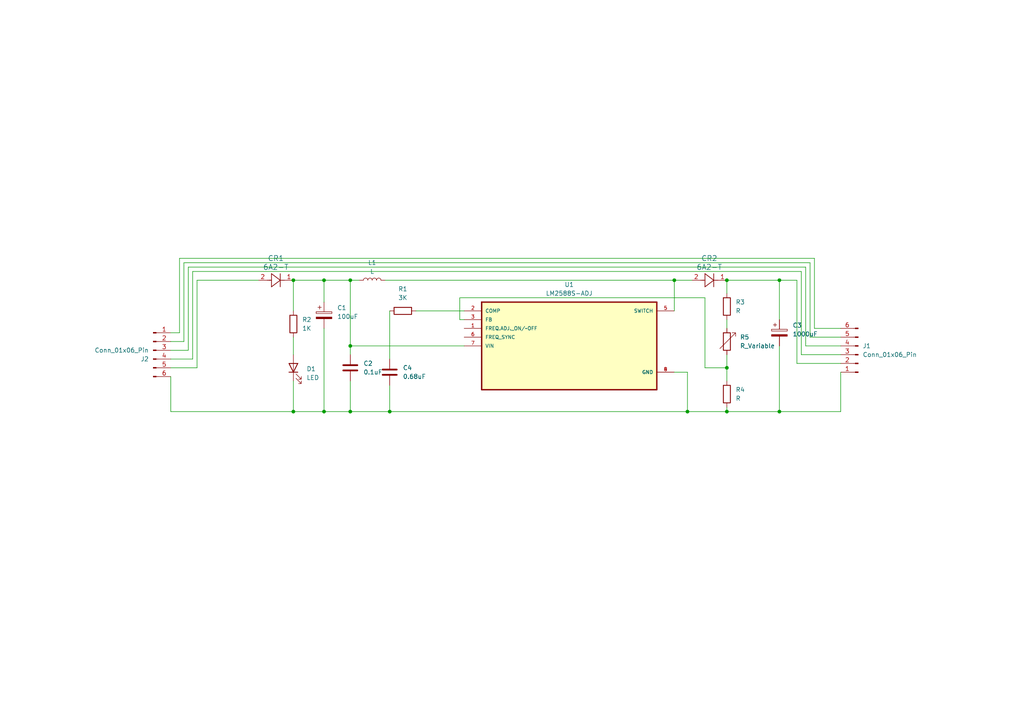
<source format=kicad_sch>
(kicad_sch (version 20230121) (generator eeschema)
  (paper "A4")
  (lib_symbols
    (symbol "2024-02-09_11-49-23:6A2-T" (pin_names (offset 0.254))
      (property "Reference" "CR" (at 5.08 4.445 0))
      (property "Value" "6A2-T" (at 5.08 -3.81 0))
      (symbol "6A2-T_1_1"
        (polyline (pts (xy 2.54 0) (xy 3.4798 0)) (stroke (width 0.2032)))
        (polyline (pts (xy 3.175 0) (xy 3.81 0)) (stroke (width 0.2032)))
        (polyline (pts (xy 3.81 -1.905) (xy 6.35 0)) (stroke (width 0.2032)))
        (polyline (pts (xy 3.81 1.905) (xy 3.81 -1.905)) (stroke (width 0.2032)))
        (polyline (pts (xy 6.35 -1.905) (xy 6.35 1.905)) (stroke (width 0.2032)))
        (polyline (pts (xy 6.35 0) (xy 3.81 1.905)) (stroke (width 0.2032)))
        (polyline (pts (xy 6.35 0) (xy 7.62 0)) (stroke (width 0.2032)))
        (pin unspecified line (at 10.16 0 180) (length 2.54) (name "") (number "1"))
        (pin unspecified line (at 0 0 0) (length 2.54) (name "") (number "2"))
      )
      (symbol "6A2-T_1_2"
        (polyline (pts (xy -1.905 3.81) (xy 1.905 3.81)) (stroke (width 0.2032)))
        (polyline (pts (xy 0 2.54) (xy 0 3.4798)) (stroke (width 0.2032)))
        (polyline (pts (xy 0 3.175) (xy 0 3.81)) (stroke (width 0.2032)))
        (polyline (pts (xy 0 6.35) (xy -1.905 3.81)) (stroke (width 0.2032)))
        (polyline (pts (xy 0 6.35) (xy 0 7.62)) (stroke (width 0.2032)))
        (polyline (pts (xy 1.905 3.81) (xy 0 6.35)) (stroke (width 0.2032)))
        (polyline (pts (xy 1.905 6.35) (xy -1.905 6.35)) (stroke (width 0.2032)))
        (pin unspecified line (at 0 10.16 270) (length 2.54) (name "") (number "1"))
        (pin unspecified line (at 0 0 90) (length 2.54) (name "") (number "2"))
      )
    )
    (symbol "Connector:Conn_01x06_Pin" (pin_names (offset 1.016) hide)
      (property "Reference" "J" (at 0 7.62 0))
      (property "Value" "Conn_01x06_Pin" (at 0 -10.16 0))
      (symbol "Conn_01x06_Pin_1_1"
        (polyline (pts (xy 1.27 -7.62) (xy 0.8636 -7.62)) (stroke (width 0.1524)))
        (polyline (pts (xy 1.27 -5.08) (xy 0.8636 -5.08)) (stroke (width 0.1524)))
        (polyline (pts (xy 1.27 -2.54) (xy 0.8636 -2.54)) (stroke (width 0.1524)))
        (polyline (pts (xy 1.27 0) (xy 0.8636 0)) (stroke (width 0.1524)))
        (polyline (pts (xy 1.27 2.54) (xy 0.8636 2.54)) (stroke (width 0.1524)))
        (polyline (pts (xy 1.27 5.08) (xy 0.8636 5.08)) (stroke (width 0.1524)))
        (rectangle (start 0.8636 -7.493) (end 0 -7.747) (stroke (width 0.1524)) (fill (type outline)))
        (rectangle (start 0.8636 -4.953) (end 0 -5.207) (stroke (width 0.1524)) (fill (type outline)))
        (rectangle (start 0.8636 -2.413) (end 0 -2.667) (stroke (width 0.1524)) (fill (type outline)))
        (rectangle (start 0.8636 0.127) (end 0 -0.127) (stroke (width 0.1524)) (fill (type outline)))
        (rectangle (start 0.8636 2.667) (end 0 2.413) (stroke (width 0.1524)) (fill (type outline)))
        (rectangle (start 0.8636 5.207) (end 0 4.953) (stroke (width 0.1524)) (fill (type outline)))
        (pin passive line (at 5.08 5.08 180) (length 3.81) (name "Pin_1") (number "1"))
        (pin passive line (at 5.08 2.54 180) (length 3.81) (name "Pin_2") (number "2"))
        (pin passive line (at 5.08 0 180) (length 3.81) (name "Pin_3") (number "3"))
        (pin passive line (at 5.08 -2.54 180) (length 3.81) (name "Pin_4") (number "4"))
        (pin passive line (at 5.08 -5.08 180) (length 3.81) (name "Pin_5") (number "5"))
        (pin passive line (at 5.08 -7.62 180) (length 3.81) (name "Pin_6") (number "6"))
      )
    )
    (symbol "Device:C" (pin_numbers hide) (pin_names (offset 0.254))
      (property "Reference" "C" (at 0.635 2.54 0))
      (property "Value" "C" (at 0.635 -2.54 0))
      (symbol "C_0_1"
        (polyline (pts (xy -2.032 -0.762) (xy 2.032 -0.762)) (stroke (width 0.508)))
        (polyline (pts (xy -2.032 0.762) (xy 2.032 0.762)) (stroke (width 0.508)))
      )
      (symbol "C_1_1"
        (pin passive line (at 0 3.81 270) (length 2.794) (name "~") (number "1"))
        (pin passive line (at 0 -3.81 90) (length 2.794) (name "~") (number "2"))
      )
    )
    (symbol "Device:C_Polarized" (pin_numbers hide) (pin_names (offset 0.254))
      (property "Reference" "C" (at 0.635 2.54 0))
      (property "Value" "C_Polarized" (at 0.635 -2.54 0))
      (symbol "C_Polarized_0_1"
        (rectangle (start -2.286 0.508) (end 2.286 1.016))
        (polyline (pts (xy -1.778 2.286) (xy -0.762 2.286)))
        (polyline (pts (xy -1.27 2.794) (xy -1.27 1.778)))
        (rectangle (start 2.286 -0.508) (end -2.286 -1.016) (fill (type outline)))
      )
      (symbol "C_Polarized_1_1"
        (pin passive line (at 0 3.81 270) (length 2.794) (name "~") (number "1"))
        (pin passive line (at 0 -3.81 90) (length 2.794) (name "~") (number "2"))
      )
    )
    (symbol "Device:L" (pin_numbers hide) (pin_names (offset 1.016) hide)
      (property "Reference" "L" (at -1.27 0 90))
      (property "Value" "L" (at 1.905 0 90))
      (symbol "L_0_1"
        (arc (start 0 -2.54) (mid 0.6323 -1.905) (end 0 -1.27))
        (arc (start 0 -1.27) (mid 0.6323 -0.635) (end 0 0))
        (arc (start 0 0) (mid 0.6323 0.635) (end 0 1.27))
        (arc (start 0 1.27) (mid 0.6323 1.905) (end 0 2.54))
      )
      (symbol "L_1_1"
        (pin passive line (at 0 3.81 270) (length 1.27) (name "1") (number "1"))
        (pin passive line (at 0 -3.81 90) (length 1.27) (name "2") (number "2"))
      )
    )
    (symbol "Device:LED" (pin_numbers hide) (pin_names (offset 1.016) hide)
      (property "Reference" "D" (at 0 2.54 0))
      (property "Value" "LED" (at 0 -2.54 0))
      (symbol "LED_0_1"
        (polyline (pts (xy -1.27 -1.27) (xy -1.27 1.27)) (stroke (width 0.254)))
        (polyline (pts (xy -1.27 0) (xy 1.27 0)))
        (polyline (pts (xy 1.27 -1.27) (xy 1.27 1.27) (xy -1.27 0) (xy 1.27 -1.27)) (stroke (width 0.254)))
        (polyline (pts (xy -3.048 -0.762) (xy -4.572 -2.286) (xy -3.81 -2.286) (xy -4.572 -2.286) (xy -4.572 -1.524)))
        (polyline (pts (xy -1.778 -0.762) (xy -3.302 -2.286) (xy -2.54 -2.286) (xy -3.302 -2.286) (xy -3.302 -1.524)))
      )
      (symbol "LED_1_1"
        (pin passive line (at -3.81 0 0) (length 2.54) (name "K") (number "1"))
        (pin passive line (at 3.81 0 180) (length 2.54) (name "A") (number "2"))
      )
    )
    (symbol "Device:R" (pin_numbers hide) (pin_names (offset 0))
      (property "Reference" "R" (at 2.032 0 90))
      (property "Value" "R" (at 0 0 90))
      (symbol "R_0_1"
        (rectangle (start -1.016 -2.54) (end 1.016 2.54) (stroke (width 0.254)))
      )
      (symbol "R_1_1"
        (pin passive line (at 0 3.81 270) (length 1.27) (name "~") (number "1"))
        (pin passive line (at 0 -3.81 90) (length 1.27) (name "~") (number "2"))
      )
    )
    (symbol "Device:R_Variable" (pin_numbers hide) (pin_names (offset 0))
      (property "Reference" "R" (at 2.54 -2.54 90))
      (property "Value" "R_Variable" (at -2.54 -1.27 90))
      (symbol "R_Variable_0_1"
        (rectangle (start -1.016 -2.54) (end 1.016 2.54) (stroke (width 0.254)))
        (polyline (pts (xy 2.54 1.524) (xy 2.54 2.54) (xy 1.524 2.54) (xy 2.54 2.54) (xy -2.032 -2.032)))
      )
      (symbol "R_Variable_1_1"
        (pin passive line (at 0 3.81 270) (length 1.27) (name "~") (number "1"))
        (pin passive line (at 0 -3.81 90) (length 1.27) (name "~") (number "2"))
      )
    )
    (symbol "LM2588S-ADJ:LM2588S-ADJ" (pin_names (offset 1.016))
      (property "Reference" "U" (at -25.4 13.7 0))
      (property "Value" "LM2588S-ADJ" (at -25.4 -16.7 0))
      (symbol "LM2588S-ADJ_0_0"
        (rectangle (start -25.4 -12.7) (end 25.4 12.7) (stroke (width 0.41)) (fill (type background)))
        (pin input line (at -30.48 5.08 0) (length 5.08) (name "FREQ.ADJ._ON/~OFF") (number "1"))
        (pin input line (at -30.48 10.16 0) (length 5.08) (name "COMP") (number "2"))
        (pin input line (at -30.48 7.62 0) (length 5.08) (name "FB") (number "3"))
        (pin power_in line (at 30.48 -7.62 180) (length 5.08) (name "GND") (number "4"))
        (pin output line (at 30.48 10.16 180) (length 5.08) (name "SWITCH") (number "5"))
        (pin input line (at -30.48 2.54 0) (length 5.08) (name "FREQ_SYNC") (number "6"))
        (pin input line (at -30.48 0 0) (length 5.08) (name "VIN") (number "7"))
        (pin power_in line (at 30.48 -7.62 180) (length 5.08) (name "GND") (number "8"))
      )
    )
  )
  (junction (at 113.03 119.38))
  (junction (at 195.58 81.28))
  (junction (at 101.6 81.28))
  (junction (at 85.09 119.38))
  (junction (at 101.6 119.38))
  (junction (at 210.82 106.68))
  (junction (at 85.09 81.28))
  (junction (at 93.98 119.38))
  (junction (at 226.06 81.28))
  (junction (at 199.39 119.38))
  (junction (at 101.6 100.33))
  (junction (at 226.06 119.38))
  (junction (at 93.98 81.28))
  (junction (at 210.82 119.38))
  (junction (at 210.82 81.28))
  (wire (pts (xy 243.84 107.95) (xy 243.84 119.38)))
  (wire (pts (xy 93.98 81.28) (xy 85.09 81.28)))
  (wire (pts (xy 93.98 119.38) (xy 101.6 119.38)))
  (wire (pts (xy 195.58 81.28) (xy 200.66 81.28)))
  (wire (pts (xy 231.14 105.41) (xy 231.14 81.28)))
  (wire (pts (xy 210.82 81.28) (xy 210.82 85.09)))
  (wire (pts (xy 134.62 100.33) (xy 101.6 100.33)))
  (wire (pts (xy 204.47 106.68) (xy 210.82 106.68)))
  (wire (pts (xy 133.35 86.36) (xy 204.47 86.36)))
  (wire (pts (xy 210.82 119.38) (xy 226.06 119.38)))
  (wire (pts (xy 210.82 102.87) (xy 210.82 106.68)))
  (wire (pts (xy 210.82 118.11) (xy 210.82 119.38)))
  (wire (pts (xy 236.22 95.25) (xy 243.84 95.25)))
  (wire (pts (xy 93.98 119.38) (xy 85.09 119.38)))
  (wire (pts (xy 101.6 81.28) (xy 104.14 81.28)))
  (wire (pts (xy 101.6 100.33) (xy 101.6 81.28)))
  (wire (pts (xy 226.06 119.38) (xy 243.84 119.38)))
  (wire (pts (xy 57.15 81.28) (xy 74.93 81.28)))
  (wire (pts (xy 52.07 96.52) (xy 52.07 74.93)))
  (wire (pts (xy 133.35 92.71) (xy 133.35 86.36)))
  (wire (pts (xy 101.6 119.38) (xy 113.03 119.38)))
  (wire (pts (xy 57.15 106.68) (xy 49.53 106.68)))
  (wire (pts (xy 55.88 78.74) (xy 232.41 78.74)))
  (wire (pts (xy 234.95 76.2) (xy 234.95 97.79)))
  (wire (pts (xy 113.03 119.38) (xy 199.39 119.38)))
  (wire (pts (xy 101.6 110.49) (xy 101.6 119.38)))
  (wire (pts (xy 226.06 81.28) (xy 231.14 81.28)))
  (wire (pts (xy 234.95 97.79) (xy 243.84 97.79)))
  (wire (pts (xy 233.68 100.33) (xy 243.84 100.33)))
  (wire (pts (xy 226.06 100.33) (xy 226.06 119.38)))
  (wire (pts (xy 85.09 97.79) (xy 85.09 102.87)))
  (wire (pts (xy 55.88 104.14) (xy 55.88 78.74)))
  (wire (pts (xy 210.82 81.28) (xy 226.06 81.28)))
  (wire (pts (xy 93.98 87.63) (xy 93.98 81.28)))
  (wire (pts (xy 53.34 99.06) (xy 53.34 76.2)))
  (wire (pts (xy 236.22 74.93) (xy 236.22 95.25)))
  (wire (pts (xy 49.53 101.6) (xy 54.61 101.6)))
  (wire (pts (xy 85.09 119.38) (xy 49.53 119.38)))
  (wire (pts (xy 49.53 96.52) (xy 52.07 96.52)))
  (wire (pts (xy 210.82 92.71) (xy 210.82 95.25)))
  (wire (pts (xy 199.39 119.38) (xy 210.82 119.38)))
  (wire (pts (xy 49.53 104.14) (xy 55.88 104.14)))
  (wire (pts (xy 232.41 78.74) (xy 232.41 102.87)))
  (wire (pts (xy 113.03 90.17) (xy 113.03 104.14)))
  (wire (pts (xy 243.84 105.41) (xy 231.14 105.41)))
  (wire (pts (xy 101.6 100.33) (xy 101.6 102.87)))
  (wire (pts (xy 53.34 76.2) (xy 234.95 76.2)))
  (wire (pts (xy 85.09 81.28) (xy 85.09 90.17)))
  (wire (pts (xy 120.65 90.17) (xy 134.62 90.17)))
  (wire (pts (xy 57.15 81.28) (xy 57.15 106.68)))
  (wire (pts (xy 93.98 95.25) (xy 93.98 119.38)))
  (wire (pts (xy 210.82 106.68) (xy 210.82 110.49)))
  (wire (pts (xy 52.07 74.93) (xy 236.22 74.93)))
  (wire (pts (xy 226.06 92.71) (xy 226.06 81.28)))
  (wire (pts (xy 54.61 101.6) (xy 54.61 77.47)))
  (wire (pts (xy 101.6 81.28) (xy 93.98 81.28)))
  (wire (pts (xy 233.68 77.47) (xy 233.68 100.33)))
  (wire (pts (xy 195.58 107.95) (xy 199.39 107.95)))
  (wire (pts (xy 113.03 111.76) (xy 113.03 119.38)))
  (wire (pts (xy 195.58 81.28) (xy 195.58 90.17)))
  (wire (pts (xy 111.76 81.28) (xy 195.58 81.28)))
  (wire (pts (xy 204.47 86.36) (xy 204.47 106.68)))
  (wire (pts (xy 85.09 110.49) (xy 85.09 119.38)))
  (wire (pts (xy 49.53 119.38) (xy 49.53 109.22)))
  (wire (pts (xy 49.53 99.06) (xy 53.34 99.06)))
  (wire (pts (xy 134.62 92.71) (xy 133.35 92.71)))
  (wire (pts (xy 232.41 102.87) (xy 243.84 102.87)))
  (wire (pts (xy 199.39 107.95) (xy 199.39 119.38)))
  (wire (pts (xy 54.61 77.47) (xy 233.68 77.47)))
  (symbol (lib_id "2024-02-09_11-49-23:6A2-T") (at 74.93 81.28 0) (unit 1)
    (property "Reference" "CR1" (at 80.01 74.93 0) (effects (font (size 1.524 1.524))))
    (property "Value" "6A2-T" (at 80.01 77.47 0) (effects (font (size 1.524 1.524))))
    (property "Footprint" "R-6_DIO" (effects hide))
    (property "Datasheet" "6A2-T" (effects hide))
  )
  (symbol (lib_id "Device:C_Polarized") (at 93.98 91.44 0) (unit 1)
    (property "Reference" "C1" (at 97.79 89.281 0) (effects (justify left)))
    (property "Value" "100uF" (at 97.79 91.821 0) (effects (justify left)))
    (property "Footprint" "Capacitor_SMD:C_3640_9110Metric" (effects hide))
  )
  (symbol (lib_id "Device:LED") (at 85.09 106.68 90) (unit 1)
    (property "Reference" "D1" (at 88.9 106.9975 90) (effects (justify right)))
    (property "Value" "LED" (at 88.9 109.5375 90) (effects (justify right)))
    (property "Footprint" "LED_SMD:LED_2512_6332Metric" (effects hide))
  )
  (symbol (lib_id "Device:L") (at 107.95 81.28 90) (unit 1)
    (property "Reference" "L1" (at 107.95 76.2 90))
    (property "Value" "L" (at 107.95 78.74 90))
    (property "Footprint" "Inductor_THT:L_Axial_L20.0mm_D8.0mm_P7.62mm_Vertical" (effects hide))
  )
  (symbol (lib_id "Device:C") (at 113.03 107.95 0) (unit 1)
    (property "Reference" "C4" (at 116.84 106.68 0) (effects (justify left)))
    (property "Value" "0.68uF" (at 116.84 109.22 0) (effects (justify left)))
    (property "Footprint" "Capacitor_SMD:C_3640_9110Metric" (effects hide))
  )
  (symbol (lib_id "Device:R") (at 210.82 88.9 0) (unit 1)
    (property "Reference" "R3" (at 213.36 87.63 0) (effects (justify left)))
    (property "Value" "R" (at 213.36 90.17 0) (effects (justify left)))
    (property "Footprint" "Resistor_SMD:R_4020_10251Metric" (effects hide))
  )
  (symbol (lib_id "Connector:Conn_01x06_Pin") (at 248.92 102.87 180) (unit 1)
    (property "Reference" "J1" (at 250.19 100.33 0) (effects (justify right)))
    (property "Value" "Conn_01x06_Pin" (at 250.19 102.87 0) (effects (justify right)))
    (property "Footprint" "Connector_PinSocket_1.27mm:PinSocket_1x06_P1.27mm_Vertical" (effects hide))
  )
  (symbol (lib_id "Device:R_Variable") (at 210.82 99.06 0) (unit 1)
    (property "Reference" "R5" (at 214.63 97.79 0) (effects (justify left)))
    (property "Value" "R_Variable" (at 214.63 100.33 0) (effects (justify left)))
    (property "Footprint" "Varistor:RV_Disc_D9mm_W3.9mm_P5mm" (effects hide))
  )
  (symbol (lib_id "LM2588S-ADJ:LM2588S-ADJ") (at 165.1 100.33 0) (unit 1)
    (property "Reference" "U1" (at 165.1 82.55 0))
    (property "Value" "LM2588S-ADJ" (at 165.1 85.09 0))
    (property "Footprint" "LM2588S-ADJ:TO127P1435X464-8N" (effects hide))
    (property "MF" "Texas Instruments" (effects hide))
    (property "Description" "\n4-V to 40-V, 5-A step-up wide VIN flyback regulator with frequency synchronization\n" (effects hide))
    (property "Package" "TO-263-7 Texas Instruments" (effects hide))
    (property "Price" "None" (effects hide))
    (property "SnapEDA_Link" "https://www.snapeda.com/parts/LM2588S-ADJ/NOPB/Texas+Instruments/view-part/?ref=snap" (effects hide))
    (property "MP" "LM2588S-ADJ/NOPB" (effects hide))
    (property "Availability" "In Stock" (effects hide))
    (property "Check_prices" "https://www.snapeda.com/parts/LM2588S-ADJ/NOPB/Texas+Instruments/view-part/?ref=eda" (effects hide))
  )
  (symbol (lib_id "Device:R") (at 116.84 90.17 270) (unit 1)
    (property "Reference" "R1" (at 116.84 83.82 90))
    (property "Value" "3K" (at 116.84 86.36 90))
    (property "Footprint" "Resistor_SMD:R_4020_10251Metric" (effects hide))
  )
  (symbol (lib_id "Connector:Conn_01x06_Pin") (at 44.45 101.6 0) (unit 1)
    (property "Reference" "J2" (at 43.18 104.14 0) (effects (justify right)))
    (property "Value" "Conn_01x06_Pin" (at 43.18 101.6 0) (effects (justify right)))
    (property "Footprint" "Connector_PinSocket_1.27mm:PinSocket_1x06_P1.27mm_Vertical" (effects hide))
  )
  (symbol (lib_id "Device:R") (at 210.82 114.3 0) (unit 1)
    (property "Reference" "R4" (at 213.36 113.03 0) (effects (justify left)))
    (property "Value" "R" (at 213.36 115.57 0) (effects (justify left)))
    (property "Footprint" "Resistor_SMD:R_4020_10251Metric" (effects hide))
  )
  (symbol (lib_id "Device:C_Polarized") (at 226.06 96.52 0) (unit 1)
    (property "Reference" "C3" (at 229.87 94.361 0) (effects (justify left)))
    (property "Value" "1000uF" (at 229.87 96.901 0) (effects (justify left)))
    (property "Footprint" "Capacitor_SMD:C_3640_9110Metric" (effects hide))
  )
  (symbol (lib_id "2024-02-09_11-49-23:6A2-T") (at 200.66 81.28 0) (unit 1)
    (property "Reference" "CR2" (at 205.74 74.93 0) (effects (font (size 1.524 1.524))))
    (property "Value" "6A2-T" (at 205.74 77.47 0) (effects (font (size 1.524 1.524))))
    (property "Footprint" "R-6_DIO" (effects hide))
    (property "Datasheet" "6A2-T" (effects hide))
  )
  (symbol (lib_id "Device:C") (at 101.6 106.68 0) (unit 1)
    (property "Reference" "C2" (at 105.41 105.41 0) (effects (justify left)))
    (property "Value" "0.1uF" (at 105.41 107.95 0) (effects (justify left)))
    (property "Footprint" "Capacitor_SMD:C_3640_9110Metric" (effects hide))
  )
  (symbol (lib_id "Device:R") (at 85.09 93.98 0) (unit 1)
    (property "Reference" "R2" (at 87.63 92.71 0) (effects (justify left)))
    (property "Value" "1K" (at 87.63 95.25 0) (effects (justify left)))
    (property "Footprint" "Resistor_SMD:R_4020_10251Metric" (effects hide))
  )
)
</source>
